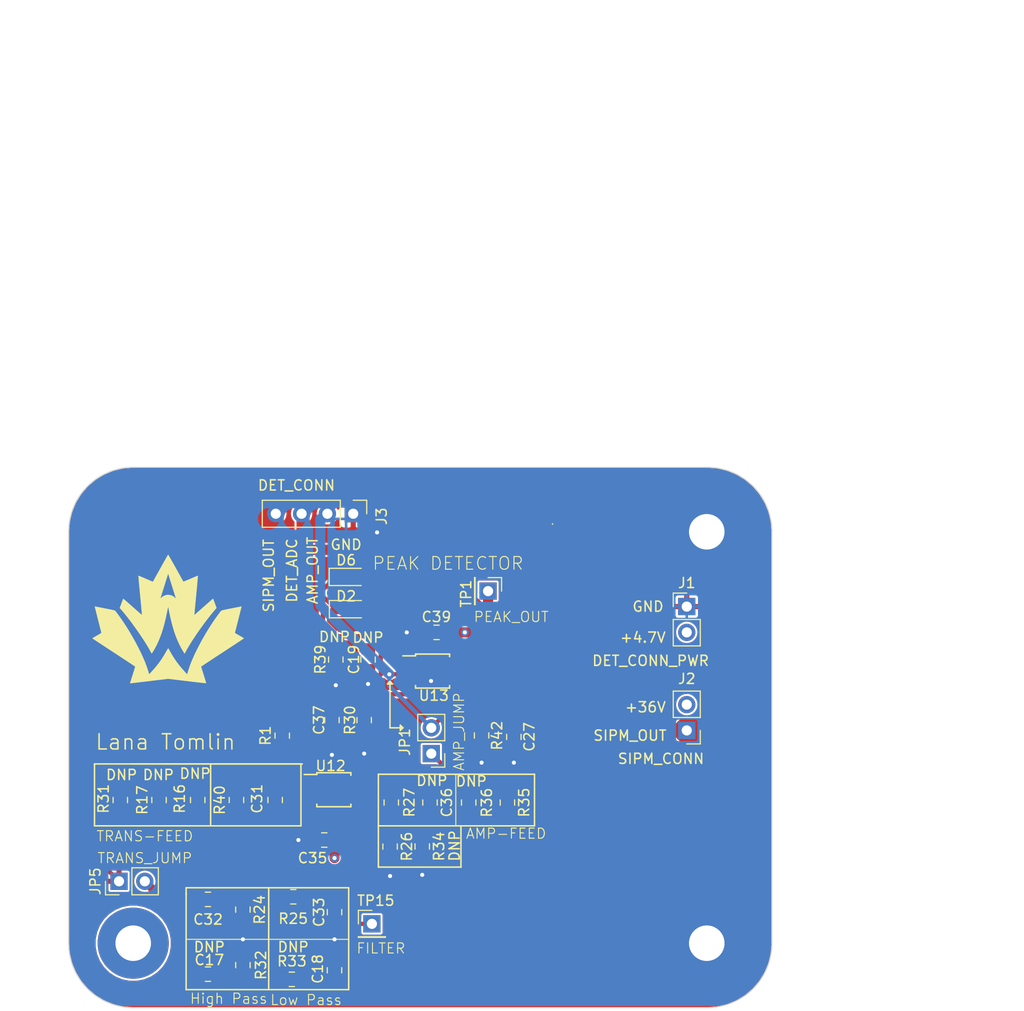
<source format=kicad_pcb>
(kicad_pcb (version 20171130) (host pcbnew "(5.1.9)-1")
  (layers (0 Papa.Cu signal) (1 GND.Cu power) (2 VCC.Cu power) (31 Mama.Cu signal) (34 B.Paste user hide) (35 F.Paste user) (36 B.SilkS user) (37 F.SilkS user) (38 B.Mask user hide) (39 F.Mask user hide) (44 Edge.Cuts user))
  (net 0 "")
  (net 1 GND)
  (net 2 "Net-(C17-Pad1)")
  (net 3 "Net-(C18-Pad2)")
  (net 4 "Net-(C19-Pad1)")
  (net 5 "Net-(C31-Pad1)")
  (net 6 "Net-(C32-Pad1)")
  (net 7 "Net-(C36-Pad2)")
  (net 8 "Net-(C36-Pad1)")
  (net 9 "Net-(D2-Pad2)")
  (net 10 /DET_ADC)
  (net 11 /SIPM_OUT)
  (net 12 /AMP_OUT)
  (net 13 +4.7V)
  (net 14 /Filter_IN)
  (net 15 "Net-(C31-Pad2)")
  (module MountingHole:MountingHole_3.5mm_Pad (layer Papa.Cu) (at 146.6215 100.457 90)
    (fp_text reference REF** hide)
    (fp_text value MountingHole_3.5mm_Pad)
    (pad 1 thru_hole circle (at 0 0 90) (size 7 7) (drill 3.5) (layers *.Cu *.Mask))
  )
  (module MountingHole:MountingHole_3.5mm_Pad (layer Papa.Cu) (at 146.6215 140.97 90)
    (fp_text reference REF** hide)
    (fp_text value MountingHole_3.5mm_Pad)
    (pad 1 thru_hole circle (at 0 0 90) (size 7 7) (drill 3.5) (layers *.Cu *.Mask))
  )
  (module Resistor_SMD:R_0805_2012Metric_Pad1.15x1.40mm_HandSolder (layer Papa.Cu) (at 104.8385 120.532 90)
    (fp_text reference R1 (at 0 -1.65 90) (layer F.SilkS))
    (fp_text value 1)
    (pad 2 smd roundrect (at 1.025 0 90) (size 1.15 1.4) (layers Papa.Cu F.Paste F.Mask) (roundrect_rratio 0.217391) (net 11 /SIPM_OUT))
    (pad 1 smd roundrect (at -1.025 0 90) (size 1.15 1.4) (layers Papa.Cu F.Paste F.Mask) (roundrect_rratio 0.217391) (net 15 "Net-(C31-Pad2)"))
  )
  (module Connector_PinHeader_2.54mm:PinHeader_1x04_P2.54mm_Vertical (layer Papa.Cu) (at 111.8235 98.679 270)
    (fp_text reference J3 (at 0.254 -2.794 270) (layer F.SilkS))
    (fp_text value DET_CONN (at -2.794 5.588 180) (layer F.SilkS))
    (pad 4 thru_hole oval (at 0 7.62 270) (size 1.7 1.7) (drill 1) (layers *.Cu *.Mask) (net 11 /SIPM_OUT))
    (pad 3 thru_hole oval (at 0 5.08 270) (size 1.7 1.7) (drill 1) (layers *.Cu *.Mask) (net 10 /DET_ADC))
    (pad 2 thru_hole oval (at 0 2.54 270) (size 1.7 1.7) (drill 1) (layers *.Cu *.Mask) (net 12 /AMP_OUT))
    (pad 1 thru_hole rect (at 0 0 270) (size 1.7 1.7) (drill 1) (layers *.Cu *.Mask) (net 1 GND))
  )
  (module Connector_PinHeader_2.54mm:PinHeader_1x02_P2.54mm_Vertical (layer Papa.Cu) (at 144.653 120.015 180)
    (fp_text reference J2 (at 0 5.08) (layer F.SilkS))
    (fp_text value SIPM_CONN (at 2.54 -2.794 180) (layer F.SilkS))
    (pad 2 thru_hole oval (at 0 2.54 180) (size 1.7 1.7) (drill 1) (layers *.Cu *.Mask))
    (pad 1 thru_hole rect (at 0 0 180) (size 1.7 1.7) (drill 1) (layers *.Cu *.Mask) (net 11 /SIPM_OUT))
  )
  (module Connector_PinHeader_2.54mm:PinHeader_1x02_P2.54mm_Vertical (layer Papa.Cu) (at 144.653 107.823)
    (fp_text reference J1 (at 0 -2.33) (layer F.SilkS))
    (fp_text value DET_CONN_PWR (at -3.556 5.334) (layer F.SilkS))
    (pad 2 thru_hole oval (at 0 2.54) (size 1.7 1.7) (drill 1) (layers *.Cu *.Mask) (net 13 +4.7V))
    (pad 1 thru_hole rect (at 0 0) (size 1.7 1.7) (drill 1) (layers *.Cu *.Mask) (net 1 GND))
  )
  (module Team_Logo:Logo_SilkScreen_15mm (layer Papa.Cu) (at 93.599 109.0295)
    (fp_text reference G*** hide)
    (fp_text value LOGO hide)
  )
  (module MountingHole:MountingHole_3.5mm_Pad (layer Papa.Cu) (at 90.17 140.97 90)
    (fp_text reference REF** hide)
    (fp_text value MountingHole_3.5mm_Pad)
    (pad 1 thru_hole circle (at 0 0 90) (size 7 7) (drill 3.5) (layers *.Cu *.Mask))
  )
  (module Connector_PinHeader_2.54mm:PinHeader_1x01_P2.54mm_Vertical (layer Papa.Cu) (at 113.665 139.065)
    (fp_text reference TP15 (at 0.381 -2.286) (layer F.SilkS))
    (fp_text value FILTER (at 0.889 2.413) (layer F.SilkS) (effects (font (thickness 0.1))))
    (pad 1 thru_hole rect (at 0 0) (size 1.7 1.7) (drill 1) (layers *.Cu *.Mask) (net 3 "Net-(C18-Pad2)"))
  )
  (module Resistor_SMD:R_0805_2012Metric_Pad1.15x1.40mm_HandSolder (layer Papa.Cu) (at 115.452 131.454 270)
    (fp_text reference R26 (at 0 -1.65 270) (layer F.SilkS))
    (fp_text value 100)
    (pad 2 smd roundrect (at 1.025 0 270) (size 1.15 1.4) (layers Papa.Cu F.Paste F.Mask) (roundrect_rratio 0.2173904347826087) (net 1 GND))
    (pad 1 smd roundrect (at -1.025 0 270) (size 1.15 1.4) (layers Papa.Cu F.Paste F.Mask) (roundrect_rratio 0.2173904347826087) (net 7 "Net-(C36-Pad2)"))
  )
  (module Resistor_SMD:R_0805_2012Metric_Pad1.15x1.40mm_HandSolder (layer Papa.Cu) (at 118.618 131.445 90)
    (fp_text reference R34 (at 0 1.651 270) (layer F.SilkS))
    (fp_text value DNP (at 0.0635 3.175 270) (layer F.SilkS))
    (pad 2 smd roundrect (at 1.025 0 90) (size 1.15 1.4) (layers Papa.Cu F.Paste F.Mask) (roundrect_rratio 0.2173904347826087) (net 7 "Net-(C36-Pad2)"))
    (pad 1 smd roundrect (at -1.025 0 90) (size 1.15 1.4) (layers Papa.Cu F.Paste F.Mask) (roundrect_rratio 0.2173904347826087) (net 1 GND))
  )
  (module Connector_PinHeader_2.54mm:PinHeader_1x02_P2.54mm_Vertical (layer Papa.Cu) (at 119.507 122.301 180)
    (fp_text reference JP1 (at 2.6035 1.143 270) (layer F.SilkS))
    (fp_text value AMP_JUMP (at -2.7305 2.159 90) (layer F.SilkS) (effects (font (thickness 0.1))))
    (pad 2 thru_hole oval (at 0 2.54 180) (size 1.7 1.7) (drill 1) (layers *.Cu *.Mask) (net 12 /AMP_OUT))
    (pad 1 thru_hole rect (at 0 0 180) (size 1.7 1.7) (drill 1) (layers *.Cu *.Mask) (net 8 "Net-(C36-Pad1)"))
  )
  (module Resistor_SMD:R_0805_2012Metric_Pad1.15x1.40mm_HandSolder (layer Papa.Cu) (at 110.109 113.039 270)
    (fp_text reference R39 (at 0 1.524 90) (layer F.SilkS))
    (fp_text value DNP (at -2.2315 0.127 180) (layer F.SilkS))
    (pad 2 smd roundrect (at 1.025 0 270) (size 1.15 1.4) (layers Papa.Cu F.Paste F.Mask) (roundrect_rratio 0.2173904347826087) (net 1 GND))
    (pad 1 smd roundrect (at -1.025 0 270) (size 1.15 1.4) (layers Papa.Cu F.Paste F.Mask) (roundrect_rratio 0.2173904347826087) (net 4 "Net-(C19-Pad1)"))
  )
  (module Capacitor_SMD:C_0805_2012Metric_Pad1.15x1.40mm_HandSolder (layer Papa.Cu) (at 97.527 136.652 180)
    (fp_text reference C32 (at -0.009 -1.9812) (layer F.SilkS))
    (fp_text value 10n)
    (pad 2 smd roundrect (at 1.025 0 180) (size 1.15 1.4) (layers Papa.Cu F.Paste F.Mask) (roundrect_rratio 0.2173904347826087) (net 14 /Filter_IN))
    (pad 1 smd roundrect (at -1.025 0 180) (size 1.15 1.4) (layers Papa.Cu F.Paste F.Mask) (roundrect_rratio 0.2173904347826087) (net 6 "Net-(C32-Pad1)"))
  )
  (module Capacitor_SMD:C_0805_2012Metric_Pad1.15x1.40mm_HandSolder (layer Papa.Cu) (at 127.635 120.659 270)
    (fp_text reference C27 (at -0.009 -1.524 90) (layer F.SilkS))
    (fp_text value 2.2n)
    (pad 2 smd roundrect (at 1.025 0 270) (size 1.15 1.4) (layers Papa.Cu F.Paste F.Mask) (roundrect_rratio 0.2173904347826087) (net 1 GND))
    (pad 1 smd roundrect (at -1.025 0 270) (size 1.15 1.4) (layers Papa.Cu F.Paste F.Mask) (roundrect_rratio 0.2173904347826087) (net 12 /AMP_OUT))
  )
  (module Package_SO:MSOP-8_3x3mm_P0.65mm (layer Papa.Cu) (at 109.9185 125.857)
    (fp_text reference U12 (at -0.3175 -2.3495) (layer F.SilkS))
    (fp_text value LTC6269)
    (pad 8 smd rect (at 2.2 -0.975) (size 1.45 0.45) (layers Papa.Cu F.Paste F.Mask) (net 13 +4.7V))
    (pad 7 smd rect (at 2.2 -0.325) (size 1.45 0.45) (layers Papa.Cu F.Paste F.Mask) (net 8 "Net-(C36-Pad1)"))
    (pad 6 smd rect (at 2.2 0.325) (size 1.45 0.45) (layers Papa.Cu F.Paste F.Mask) (net 7 "Net-(C36-Pad2)"))
    (pad 5 smd rect (at 2.2 0.975) (size 1.45 0.45) (layers Papa.Cu F.Paste F.Mask) (net 3 "Net-(C18-Pad2)"))
    (pad 4 smd rect (at -2.2 0.975) (size 1.45 0.45) (layers Papa.Cu F.Paste F.Mask) (net 1 GND))
    (pad 3 smd rect (at -2.2 0.325) (size 1.45 0.45) (layers Papa.Cu F.Paste F.Mask) (net 1 GND))
    (pad 2 smd rect (at -2.2 -0.325) (size 1.45 0.45) (layers Papa.Cu F.Paste F.Mask) (net 15 "Net-(C31-Pad2)"))
    (pad 1 smd rect (at -2.2 -0.975) (size 1.45 0.45) (layers Papa.Cu F.Paste F.Mask) (net 5 "Net-(C31-Pad1)"))
  )
  (module Capacitor_SMD:C_0805_2012Metric_Pad1.15x1.40mm_HandSolder (layer Papa.Cu) (at 109.728 118.999 270)
    (fp_text reference C37 (at 0 1.27 270) (layer F.SilkS))
    (fp_text value 2.2n)
    (pad 2 smd roundrect (at 1.025 0 270) (size 1.15 1.4) (layers Papa.Cu F.Paste F.Mask) (roundrect_rratio 0.2173904347826087) (net 1 GND))
    (pad 1 smd roundrect (at -1.025 0 270) (size 1.15 1.4) (layers Papa.Cu F.Paste F.Mask) (roundrect_rratio 0.2173904347826087) (net 4 "Net-(C19-Pad1)"))
  )
  (module Resistor_SMD:R_0805_2012Metric_Pad1.15x1.40mm_HandSolder (layer Papa.Cu) (at 124.46 120.514 270)
    (fp_text reference R42 (at 0.009 -1.524 90) (layer F.SilkS))
    (fp_text value 1M)
    (pad 2 smd roundrect (at 1.025 0 270) (size 1.15 1.4) (layers Papa.Cu F.Paste F.Mask) (roundrect_rratio 0.2173904347826087) (net 1 GND))
    (pad 1 smd roundrect (at -1.025 0 270) (size 1.15 1.4) (layers Papa.Cu F.Paste F.Mask) (roundrect_rratio 0.2173904347826087) (net 12 /AMP_OUT))
  )
  (module Capacitor_SMD:C_0805_2012Metric_Pad1.15x1.40mm_HandSolder (layer Papa.Cu) (at 108.975 130.81 180)
    (fp_text reference C35 (at 1.152 -1.778) (layer F.SilkS))
    (fp_text value 0.1u)
    (pad 2 smd roundrect (at 1.025 0 180) (size 1.15 1.4) (layers Papa.Cu F.Paste F.Mask) (roundrect_rratio 0.2173904347826087) (net 1 GND))
    (pad 1 smd roundrect (at -1.025 0 180) (size 1.15 1.4) (layers Papa.Cu F.Paste F.Mask) (roundrect_rratio 0.2173904347826087) (net 13 +4.7V))
  )
  (module Diode_SMD:D_SOD-323_HandSoldering (layer Papa.Cu) (at 111.379 108.077)
    (fp_text reference D2 (at -0.254 -1.27) (layer F.SilkS))
    (fp_text value CUS08F30H3FCT-ND)
    (pad 2 smd rect (at 1.25 0) (size 1 1) (layers Papa.Cu F.Paste F.Mask) (net 9 "Net-(D2-Pad2)"))
    (pad 1 smd rect (at -1.25 0) (size 1 1) (layers Papa.Cu F.Paste F.Mask) (net 4 "Net-(C19-Pad1)"))
  )
  (module Connector_PinHeader_2.54mm:PinHeader_1x01_P2.54mm_Vertical (layer Papa.Cu) (at 125.095 106.299 270)
    (fp_text reference TP1 (at 0.254 2.159 90) (layer F.SilkS))
    (fp_text value PEAK_OUT (at 2.54 -2.286 180) (layer F.SilkS) (effects (font (thickness 0.1))))
    (pad 1 thru_hole rect (at 0 0 270) (size 1.7 1.7) (drill 1) (layers *.Cu *.Mask) (net 10 /DET_ADC))
  )
  (module Connector_PinHeader_2.54mm:PinHeader_1x02_P2.54mm_Vertical (layer Papa.Cu) (at 88.773 134.874 90)
    (fp_text reference JP5 (at 0 -2.33 90) (layer F.SilkS))
    (fp_text value TRANS_JUMP (at 2.286 2.54) (layer F.SilkS) (effects (font (thickness 0.1))))
    (pad 2 thru_hole oval (at 0 2.54 90) (size 1.7 1.7) (drill 1) (layers *.Cu *.Mask) (net 14 /Filter_IN))
    (pad 1 thru_hole rect (at 0 0 90) (size 1.7 1.7) (drill 1) (layers *.Cu *.Mask) (net 5 "Net-(C31-Pad1)"))
  )
  (module Package_SO:MSOP-8_3x3mm_P0.65mm (layer Papa.Cu) (at 119.634 114.173)
    (fp_text reference U13 (at 0.127 2.413 180) (layer F.SilkS))
    (fp_text value LTC6269)
    (pad 8 smd rect (at 2.2 -0.975) (size 1.45 0.45) (layers Papa.Cu F.Paste F.Mask) (net 13 +4.7V))
    (pad 7 smd rect (at 2.2 -0.325) (size 1.45 0.45) (layers Papa.Cu F.Paste F.Mask) (net 10 /DET_ADC))
    (pad 6 smd rect (at 2.2 0.325) (size 1.45 0.45) (layers Papa.Cu F.Paste F.Mask) (net 10 /DET_ADC))
    (pad 5 smd rect (at 2.2 0.975) (size 1.45 0.45) (layers Papa.Cu F.Paste F.Mask) (net 4 "Net-(C19-Pad1)"))
    (pad 4 smd rect (at -2.2 0.975) (size 1.45 0.45) (layers Papa.Cu F.Paste F.Mask) (net 1 GND))
    (pad 3 smd rect (at -2.2 0.325) (size 1.45 0.45) (layers Papa.Cu F.Paste F.Mask) (net 12 /AMP_OUT))
    (pad 2 smd rect (at -2.2 -0.325) (size 1.45 0.45) (layers Papa.Cu F.Paste F.Mask) (net 4 "Net-(C19-Pad1)"))
    (pad 1 smd rect (at -2.2 -0.975) (size 1.45 0.45) (layers Papa.Cu F.Paste F.Mask) (net 9 "Net-(D2-Pad2)"))
  )
  (module Resistor_SMD:R_0805_2012Metric_Pad1.15x1.40mm_HandSolder (layer Papa.Cu) (at 100.33 126.873 270)
    (fp_text reference R40 (at 0 1.651 270) (layer F.SilkS))
    (fp_text value 150)
    (pad 2 smd roundrect (at 1.025 0 270) (size 1.15 1.4) (layers Papa.Cu F.Paste F.Mask) (roundrect_rratio 0.2173904347826087) (net 15 "Net-(C31-Pad2)"))
    (pad 1 smd roundrect (at -1.025 0 270) (size 1.15 1.4) (layers Papa.Cu F.Paste F.Mask) (roundrect_rratio 0.2173904347826087) (net 5 "Net-(C31-Pad1)"))
  )
  (module Resistor_SMD:R_0805_2012Metric_Pad1.15x1.40mm_HandSolder (layer Papa.Cu) (at 123.19 127.118 270)
    (fp_text reference R36 (at 0.009 -1.778 270) (layer F.SilkS))
    (fp_text value DNP (at -2.15 3.6195) (layer F.SilkS))
    (pad 2 smd roundrect (at 1.025 0 270) (size 1.15 1.4) (layers Papa.Cu F.Paste F.Mask) (roundrect_rratio 0.2173904347826087) (net 7 "Net-(C36-Pad2)"))
    (pad 1 smd roundrect (at -1.025 0 270) (size 1.15 1.4) (layers Papa.Cu F.Paste F.Mask) (roundrect_rratio 0.2173904347826087) (net 8 "Net-(C36-Pad1)"))
  )
  (module Resistor_SMD:R_0805_2012Metric_Pad1.15x1.40mm_HandSolder (layer Papa.Cu) (at 127 127.118 270)
    (fp_text reference R35 (at 0 -1.65 270) (layer F.SilkS))
    (fp_text value DNP (at -2.0865 3.556) (layer F.SilkS))
    (pad 2 smd roundrect (at 1.025 0 270) (size 1.15 1.4) (layers Papa.Cu F.Paste F.Mask) (roundrect_rratio 0.2173904347826087) (net 7 "Net-(C36-Pad2)"))
    (pad 1 smd roundrect (at -1.025 0 270) (size 1.15 1.4) (layers Papa.Cu F.Paste F.Mask) (roundrect_rratio 0.2173904347826087) (net 8 "Net-(C36-Pad1)"))
  )
  (module Resistor_SMD:R_0805_2012Metric_Pad1.15x1.40mm_HandSolder (layer Papa.Cu) (at 105.782 144.526 180)
    (fp_text reference R33 (at -0.009 1.778) (layer F.SilkS))
    (fp_text value DNP (at -0.136 3.175) (layer F.SilkS))
    (pad 1 smd roundrect (at -1.025 0 180) (size 1.15 1.4) (layers Papa.Cu F.Paste F.Mask) (roundrect_rratio 0.2173904347826087) (net 3 "Net-(C18-Pad2)"))
    (pad 2 smd roundrect (at 1.025 0 180) (size 1.15 1.4) (layers Papa.Cu F.Paste F.Mask) (roundrect_rratio 0.2173904347826087) (net 2 "Net-(C17-Pad1)"))
  )
  (module Resistor_SMD:R_0805_2012Metric_Pad1.15x1.40mm_HandSolder (layer Papa.Cu) (at 100.965 143.129 90)
    (fp_text reference R32 (at 0 1.778 270) (layer F.SilkS))
    (fp_text value DNP)
    (pad 2 smd roundrect (at 1.025 0 90) (size 1.15 1.4) (layers Papa.Cu F.Paste F.Mask) (roundrect_rratio 0.2173904347826087) (net 1 GND))
    (pad 1 smd roundrect (at -1.025 0 90) (size 1.15 1.4) (layers Papa.Cu F.Paste F.Mask) (roundrect_rratio 0.2173904347826087) (net 2 "Net-(C17-Pad1)"))
  )
  (module Resistor_SMD:R_0805_2012Metric_Pad1.15x1.40mm_HandSolder (layer Papa.Cu) (at 88.9 126.873 270)
    (fp_text reference R31 (at -0.127 1.651 270) (layer F.SilkS))
    (fp_text value DNP (at -2.4765 -0.127) (layer F.SilkS))
    (pad 2 smd roundrect (at 1.025 0 270) (size 1.15 1.4) (layers Papa.Cu F.Paste F.Mask) (roundrect_rratio 0.2173904347826087) (net 15 "Net-(C31-Pad2)"))
    (pad 1 smd roundrect (at -1.025 0 270) (size 1.15 1.4) (layers Papa.Cu F.Paste F.Mask) (roundrect_rratio 0.2173904347826087) (net 5 "Net-(C31-Pad1)"))
  )
  (module Resistor_SMD:R_0805_2012Metric_Pad1.15x1.40mm_HandSolder (layer Papa.Cu) (at 112.903 118.999 270)
    (fp_text reference R30 (at 0 1.397 270) (layer F.SilkS))
    (fp_text value 1M)
    (pad 2 smd roundrect (at 1.025 0 270) (size 1.15 1.4) (layers Papa.Cu F.Paste F.Mask) (roundrect_rratio 0.2173904347826087) (net 1 GND))
    (pad 1 smd roundrect (at -1.025 0 270) (size 1.15 1.4) (layers Papa.Cu F.Paste F.Mask) (roundrect_rratio 0.2173904347826087) (net 4 "Net-(C19-Pad1)"))
  )
  (module Resistor_SMD:R_0805_2012Metric_Pad1.15x1.40mm_HandSolder (layer Papa.Cu) (at 115.57 127.118 270)
    (fp_text reference R27 (at 0 -1.778 270) (layer F.SilkS))
    (fp_text value 330)
    (pad 2 smd roundrect (at 1.025 0 270) (size 1.15 1.4) (layers Papa.Cu F.Paste F.Mask) (roundrect_rratio 0.2173904347826087) (net 7 "Net-(C36-Pad2)"))
    (pad 1 smd roundrect (at -1.025 0 270) (size 1.15 1.4) (layers Papa.Cu F.Paste F.Mask) (roundrect_rratio 0.2173904347826087) (net 8 "Net-(C36-Pad1)"))
  )
  (module Resistor_SMD:R_0805_2012Metric_Pad1.15x1.40mm_HandSolder (layer Papa.Cu) (at 105.927 136.398 180)
    (fp_text reference R25 (at 0.009 -2.159) (layer F.SilkS))
    (fp_text value 150)
    (pad 2 smd roundrect (at 1.025 0 180) (size 1.15 1.4) (layers Papa.Cu F.Paste F.Mask) (roundrect_rratio 0.2173904347826087) (net 6 "Net-(C32-Pad1)"))
    (pad 1 smd roundrect (at -1.025 0 180) (size 1.15 1.4) (layers Papa.Cu F.Paste F.Mask) (roundrect_rratio 0.2173904347826087) (net 3 "Net-(C18-Pad2)"))
  )
  (module Resistor_SMD:R_0805_2012Metric_Pad1.15x1.40mm_HandSolder (layer Papa.Cu) (at 100.965 137.659 270)
    (fp_text reference R24 (at 0.009 -1.651 270) (layer F.SilkS))
    (fp_text value 100)
    (pad 2 smd roundrect (at 1.025 0 270) (size 1.15 1.4) (layers Papa.Cu F.Paste F.Mask) (roundrect_rratio 0.2173904347826087) (net 1 GND))
    (pad 1 smd roundrect (at -1.025 0 270) (size 1.15 1.4) (layers Papa.Cu F.Paste F.Mask) (roundrect_rratio 0.2173904347826087) (net 6 "Net-(C32-Pad1)"))
  )
  (module Resistor_SMD:R_0805_2012Metric_Pad1.15x1.40mm_HandSolder (layer Papa.Cu) (at 92.71 126.873 270)
    (fp_text reference R17 (at 0 1.651 270) (layer F.SilkS))
    (fp_text value DNP (at -2.4765 0.0635 180) (layer F.SilkS))
    (pad 2 smd roundrect (at 1.025 0 270) (size 1.15 1.4) (layers Papa.Cu F.Paste F.Mask) (roundrect_rratio 0.2173904347826087) (net 15 "Net-(C31-Pad2)"))
    (pad 1 smd roundrect (at -1.025 0 270) (size 1.15 1.4) (layers Papa.Cu F.Paste F.Mask) (roundrect_rratio 0.2173904347826087) (net 5 "Net-(C31-Pad1)"))
  )
  (module Resistor_SMD:R_0805_2012Metric_Pad1.15x1.40mm_HandSolder (layer Papa.Cu) (at 96.52 126.873 270)
    (fp_text reference R16 (at -0.127 1.778 270) (layer F.SilkS))
    (fp_text value DNP (at -2.6035 0.254) (layer F.SilkS))
    (pad 2 smd roundrect (at 1.025 0 270) (size 1.15 1.4) (layers Papa.Cu F.Paste F.Mask) (roundrect_rratio 0.2173904347826087) (net 15 "Net-(C31-Pad2)"))
    (pad 1 smd roundrect (at -1.025 0 270) (size 1.15 1.4) (layers Papa.Cu F.Paste F.Mask) (roundrect_rratio 0.2173904347826087) (net 5 "Net-(C31-Pad1)"))
  )
  (module Diode_SMD:D_SOD-323_HandSoldering (layer Papa.Cu) (at 111.359 104.902)
    (fp_text reference D6 (at -0.234 -1.651) (layer F.SilkS))
    (fp_text value CUS08F30H3FCT-ND)
    (pad 2 smd rect (at 1.25 0) (size 1 1) (layers Papa.Cu F.Paste F.Mask) (net 9 "Net-(D2-Pad2)"))
    (pad 1 smd rect (at -1.25 0) (size 1 1) (layers Papa.Cu F.Paste F.Mask) (net 4 "Net-(C19-Pad1)"))
  )
  (module Capacitor_SMD:C_0805_2012Metric_Pad1.15x1.40mm_HandSolder (layer Papa.Cu) (at 120.024 110.363 180)
    (fp_text reference C39 (at 0.009 1.524 180) (layer F.SilkS))
    (fp_text value 0.1u)
    (pad 2 smd roundrect (at 1.025 0 180) (size 1.15 1.4) (layers Papa.Cu F.Paste F.Mask) (roundrect_rratio 0.2173904347826087) (net 1 GND))
    (pad 1 smd roundrect (at -1.025 0 180) (size 1.15 1.4) (layers Papa.Cu F.Paste F.Mask) (roundrect_rratio 0.2173904347826087) (net 13 +4.7V))
  )
  (module Capacitor_SMD:C_0805_2012Metric_Pad1.15x1.40mm_HandSolder (layer Papa.Cu) (at 119.38 127.118 270)
    (fp_text reference C36 (at 0 -1.65 270) (layer F.SilkS))
    (fp_text value 470p)
    (pad 2 smd roundrect (at 1.025 0 270) (size 1.15 1.4) (layers Papa.Cu F.Paste F.Mask) (roundrect_rratio 0.2173904347826087) (net 7 "Net-(C36-Pad2)"))
    (pad 1 smd roundrect (at -1.025 0 270) (size 1.15 1.4) (layers Papa.Cu F.Paste F.Mask) (roundrect_rratio 0.2173904347826087) (net 8 "Net-(C36-Pad1)"))
  )
  (module Capacitor_SMD:C_0805_2012Metric_Pad1.15x1.40mm_HandSolder (layer Papa.Cu) (at 109.982 137.913 90)
    (fp_text reference C33 (at -0.009 -1.524 270) (layer F.SilkS))
    (fp_text value 1n)
    (pad 2 smd roundrect (at 1.025 0 90) (size 1.15 1.4) (layers Papa.Cu F.Paste F.Mask) (roundrect_rratio 0.2173904347826087) (net 3 "Net-(C18-Pad2)"))
    (pad 1 smd roundrect (at -1.025 0 90) (size 1.15 1.4) (layers Papa.Cu F.Paste F.Mask) (roundrect_rratio 0.2173904347826087) (net 1 GND))
  )
  (module Capacitor_SMD:C_0805_2012Metric_Pad1.15x1.40mm_HandSolder (layer Papa.Cu) (at 104.14 126.873 270)
    (fp_text reference C31 (at -0.127 1.778 270) (layer F.SilkS))
    (fp_text value 1n)
    (pad 2 smd roundrect (at 1.025 0 270) (size 1.15 1.4) (layers Papa.Cu F.Paste F.Mask) (roundrect_rratio 0.2173904347826087) (net 15 "Net-(C31-Pad2)"))
    (pad 1 smd roundrect (at -1.025 0 270) (size 1.15 1.4) (layers Papa.Cu F.Paste F.Mask) (roundrect_rratio 0.2173904347826087) (net 5 "Net-(C31-Pad1)"))
  )
  (module Capacitor_SMD:C_0805_2012Metric_Pad1.15x1.40mm_HandSolder (layer Papa.Cu) (at 113.284 113.039 270)
    (fp_text reference C19 (at 0 1.397 90) (layer F.SilkS))
    (fp_text value DNP (at -2.168 0 180) (layer F.SilkS))
    (pad 2 smd roundrect (at 1.025 0 270) (size 1.15 1.4) (layers Papa.Cu F.Paste F.Mask) (roundrect_rratio 0.2173904347826087) (net 1 GND))
    (pad 1 smd roundrect (at -1.025 0 270) (size 1.15 1.4) (layers Papa.Cu F.Paste F.Mask) (roundrect_rratio 0.2173904347826087) (net 4 "Net-(C19-Pad1)"))
  )
  (module Capacitor_SMD:C_0805_2012Metric_Pad1.15x1.40mm_HandSolder (layer Papa.Cu) (at 109.982 143.637 270)
    (fp_text reference C18 (at -0.127 1.651 90) (layer F.SilkS))
    (fp_text value DNP)
    (pad 1 smd roundrect (at -1.025 0 270) (size 1.15 1.4) (layers Papa.Cu F.Paste F.Mask) (roundrect_rratio 0.2173904347826087) (net 1 GND))
    (pad 2 smd roundrect (at 1.025 0 270) (size 1.15 1.4) (layers Papa.Cu F.Paste F.Mask) (roundrect_rratio 0.2173904347826087) (net 3 "Net-(C18-Pad2)"))
  )
  (module Capacitor_SMD:C_0805_2012Metric_Pad1.15x1.40mm_HandSolder (layer Papa.Cu) (at 97.527 144.018 180)
    (fp_text reference C17 (at -0.136 1.397) (layer F.SilkS))
    (fp_text value DNP (at -0.136 2.667) (layer F.SilkS))
    (pad 2 smd roundrect (at 1.025 0 180) (size 1.15 1.4) (layers Papa.Cu F.Paste F.Mask) (roundrect_rratio 0.2173904347826087) (net 14 /Filter_IN))
    (pad 1 smd roundrect (at -1.025 0 180) (size 1.15 1.4) (layers Papa.Cu F.Paste F.Mask) (roundrect_rratio 0.2173904347826087) (net 2 "Net-(C17-Pad1)"))
  )
  (gr_arc (start 90.17 100.457) (end 90.17 94.107) (angle -90) (layer Edge.Cuts) (width 0.1))
  (gr_line (start 146.685 94.107) (end 90.17 94.107) (layer Edge.Cuts) (width 0.1))
  (gr_line (start 153.035 140.97) (end 153.035 100.457) (layer Edge.Cuts) (width 0.1))
  (gr_text GND (at 111.125 101.727) (layer F.SilkS) (effects (font (size 1 1))))
  (gr_text AMP_OUT (at 107.823 104.267 90) (layer F.SilkS) (effects (font (size 1 1))))
  (gr_text DET_ADC (at 105.791 104.267 90) (layer F.SilkS) (effects (font (size 1 1))))
  (gr_text SIPM_OUT (at 103.505 104.775 90) (layer F.SilkS) (effects (font (size 1 1))))
  (gr_text GND (at 140.843 107.823) (layer F.SilkS) (effects (font (size 1 1))))
  (gr_text +4.7V (at 140.335 110.871) (layer F.SilkS) (effects (font (size 1 1))))
  (gr_text +36V (at 140.589 117.729) (layer F.SilkS) (effects (font (size 1 1))))
  (gr_text SIPM_OUT (at 139.065 120.523) (layer F.SilkS) (effects (font (size 1 1))))
  (gr_line (start 131.445 99.695) (end 131.445 99.695) (layer F.SilkS) (width 0.15))
  (gr_line (start 111.379 145.542) (end 111.379 144.78) (layer F.SilkS) (width 0.15))
  (gr_line (start 95.377 145.542) (end 111.379 145.542) (layer F.SilkS) (width 0.15))
  (gr_text "Lana Tomlin" (at 93.345 121.158) (layer F.SilkS) (effects (font (size 1.5 1.5))))
  (gr_text "PEAK DETECTOR" (at 121.158 103.5685) (layer F.SilkS) (effects (font (size 1.25 1.25) (thickness 0.1))))
  (gr_arc (start 90.17 140.97) (end 83.82 140.97) (angle -90) (layer Edge.Cuts) (width 0.1))
  (gr_arc (start 146.685 100.457) (end 153.035 100.457) (angle -90) (layer Edge.Cuts) (width 0.1))
  (gr_arc (start 146.685 140.97) (end 146.685 147.32) (angle -90) (layer Edge.Cuts) (width 0.1))
  (gr_line (start 83.82 140.97) (end 83.82 100.457) (layer Edge.Cuts) (width 0.1))
  (gr_line (start 146.685 147.32) (end 90.17 147.32) (layer Edge.Cuts) (width 0.1))
  (gr_text AMP-FEED (at 126.873 130.175) (layer F.SilkS) (effects (font (size 1 1) (thickness 0.1))))
  (gr_line (start 95.377 135.509) (end 95.377 136.144) (layer F.SilkS) (width 0.15))
  (gr_line (start 111.379 135.509) (end 95.377 135.509) (layer F.SilkS) (width 0.15))
  (gr_line (start 103.505 140.589) (end 95.377 140.589) (layer F.SilkS) (width 0.1))
  (gr_text "Low Pass" (at 107.188 146.558) (layer F.SilkS) (effects (font (size 1 1) (thickness 0.1))))
  (gr_text "High Pass" (at 99.568 146.431) (layer F.SilkS) (effects (font (size 1 1) (thickness 0.1))))
  (gr_line (start 115.697 115.443) (end 115.443 115.189) (layer F.SilkS) (width 0.15))
  (gr_line (start 115.189 115.443) (end 115.697 115.443) (layer F.SilkS) (width 0.15))
  (gr_line (start 115.443 115.189) (end 115.189 115.443) (layer F.SilkS) (width 0.15))
  (gr_line (start 116.459 119.507) (end 116.459 120.015) (layer F.SilkS) (width 0.15))
  (gr_line (start 116.459 120.015) (end 116.713 119.761) (layer F.SilkS) (width 0.15))
  (gr_line (start 116.459 119.507) (end 116.713 119.761) (layer F.SilkS) (width 0.15))
  (gr_line (start 116.713 119.761) (end 116.459 119.507) (layer F.SilkS) (width 0.15))
  (gr_line (start 115.443 119.761) (end 116.713 119.761) (layer F.SilkS) (width 0.15))
  (gr_line (start 115.443 115.189) (end 115.443 119.761) (layer F.SilkS) (width 0.15))
  (gr_line (start 129.667 129.413) (end 129.667 124.333) (layer F.SilkS) (width 0.15))
  (gr_line (start 114.3 129.413) (end 114.3 133.477) (layer F.SilkS) (width 0.15))
  (gr_line (start 114.3 133.477) (end 122.428 133.477) (layer F.SilkS) (width 0.15))
  (gr_line (start 122.428 133.477) (end 122.428 129.413) (layer F.SilkS) (width 0.15))
  (gr_line (start 106.807 123.317) (end 90.043 123.317) (layer F.SilkS) (width 0.15))
  (gr_text TRANS-FEED (at 91.313 130.429) (layer F.SilkS) (effects (font (size 1 1) (thickness 0.1))))
  (gr_line (start 111.379 140.589) (end 103.505 140.589) (layer F.SilkS) (width 0.1))
  (gr_line (start 103.505 135.509) (end 103.505 145.415) (layer F.SilkS) (width 0.15))
  (gr_line (start 95.377 145.542) (end 95.377 136.017) (layer F.SilkS) (width 0.15))
  (gr_line (start 111.379 135.509) (end 111.379 144.78) (layer F.SilkS) (width 0.15))
  (gr_line (start 97.79 123.317) (end 97.79 129.286) (layer F.SilkS) (width 0.15))
  (gr_line (start 121.92 124.333) (end 121.92 129.413) (layer F.SilkS) (width 0.1))
  (gr_line (start 129.667 124.333) (end 114.3 124.333) (layer F.SilkS) (width 0.15))
  (gr_line (start 114.3 129.413) (end 129.667 129.413) (layer F.SilkS) (width 0.15))
  (gr_line (start 114.3 124.333) (end 114.3 129.413) (layer F.SilkS) (width 0.15))
  (gr_line (start 106.68 123.317) (end 86.36 123.317) (layer F.SilkS) (width 0.15))
  (gr_line (start 106.68 129.413) (end 106.68 123.3805) (layer F.SilkS) (width 0.15))
  (gr_line (start 86.36 129.413) (end 106.68 129.413) (layer F.SilkS) (width 0.15))
  (gr_line (start 86.36 123.317) (end 86.36 129.413) (layer F.SilkS) (width 0.15))
  (segment (start 107.1245 120.269) (end 108.32799 120.269) (width 1) (layer Papa.Cu) (net 0))
  (via (at 124.46 123.19) (size 0.8) (drill 0.4) (layers Papa.Cu Mama.Cu) (net 1))
  (segment (start 112.649 120.024) (end 113.021 120.024) (width 0.42) (layer Papa.Cu) (net 1))
  (via (at 109.982 140.589) (size 0.8) (drill 0.4) (layers Papa.Cu Mama.Cu) (net 1))
  (via (at 100.965 140.589) (size 0.8) (drill 0.4) (layers Papa.Cu Mama.Cu) (net 1))
  (via (at 106.426 130.81) (size 0.8) (drill 0.4) (layers Papa.Cu Mama.Cu) (net 1))
  (segment (start 117.434 115.148) (end 117.262 115.148) (width 0.42) (layer Papa.Cu) (net 1))
  (via (at 117.094 110.363) (size 0.8) (drill 0.4) (layers Papa.Cu Mama.Cu) (net 1))
  (via (at 127.635 123.19) (size 0.8) (drill 0.4) (layers Papa.Cu Mama.Cu) (net 1))
  (segment (start 107.95 130.81) (end 106.426 130.81) (width 1) (layer Papa.Cu) (net 1))
  (segment (start 107.95 130.81) (end 107.823 130.81) (width 0.8) (layer Papa.Cu) (net 1))
  (segment (start 119.126 110.49) (end 118.999 110.363) (width 0.8) (layer Papa.Cu) (net 1))
  (segment (start 118.999 110.363) (end 117.094 110.363) (width 1) (layer Papa.Cu) (net 1))
  (segment (start 100.965 138.684) (end 100.965 142.104) (width 1) (layer Papa.Cu) (net 1))
  (segment (start 109.982 138.938) (end 109.982 142.612) (width 1) (layer Papa.Cu) (net 1))
  (segment (start 115.452 132.479) (end 115.452 134.23) (width 1) (layer Papa.Cu) (net 1))
  (segment (start 118.618 132.47) (end 118.618 134.239) (width 1) (layer Papa.Cu) (net 1))
  (segment (start 118.618 134.239) (end 118.618 134.239) (width 1) (layer Papa.Cu) (net 1))
  (via (at 118.618 134.239) (size 0.8) (drill 0.4) (layers Papa.Cu Mama.Cu) (net 1))
  (segment (start 115.452 134.357) (end 115.452 134.357) (width 1) (layer Papa.Cu) (net 1))
  (segment (start 110.109 114.064) (end 110.109 115.57) (width 1) (layer Papa.Cu) (net 1))
  (segment (start 113.284 114.064) (end 113.284 115.443) (width 1) (layer Papa.Cu) (net 1))
  (segment (start 109.728 120.024) (end 109.728 122.428) (width 1) (layer Papa.Cu) (net 1))
  (segment (start 109.728 122.428) (end 109.728 122.428) (width 1) (layer Papa.Cu) (net 1))
  (via (at 109.728 122.428) (size 0.8) (drill 0.4) (layers Papa.Cu Mama.Cu) (net 1))
  (segment (start 112.903 120.024) (end 112.903 122.301) (width 1) (layer Papa.Cu) (net 1))
  (segment (start 112.903 122.301) (end 112.903 122.301) (width 1) (layer Papa.Cu) (net 1))
  (via (at 112.903 122.301) (size 0.8) (drill 0.4) (layers Papa.Cu Mama.Cu) (net 1))
  (segment (start 110.109 115.57) (end 110.109 115.57) (width 1) (layer Papa.Cu) (net 1))
  (via (at 110.109 115.57) (size 0.8) (drill 0.4) (layers Papa.Cu Mama.Cu) (net 1))
  (segment (start 113.284 115.443) (end 113.284 115.443) (width 1) (layer Papa.Cu) (net 1))
  (via (at 113.284 115.443) (size 0.8) (drill 0.4) (layers Papa.Cu Mama.Cu) (net 1))
  (segment (start 124.46 121.539) (end 124.46 123.19) (width 1) (layer Papa.Cu) (net 1))
  (segment (start 127.635 121.684) (end 127.635 123.19) (width 1) (layer Papa.Cu) (net 1))
  (segment (start 115.452 134.23) (end 115.452 134.357) (width 1) (layer Papa.Cu) (net 1))
  (segment (start 107.7185 130.5785) (end 107.95 130.81) (width 1) (layer Papa.Cu) (net 1))
  (segment (start 107.7185 126.832) (end 107.7185 126.457001) (width 1) (layer Papa.Cu) (net 1))
  (segment (start 107.7185 126.832) (end 107.7185 130.5785) (width 1) (layer Papa.Cu) (net 1))
  (segment (start 117.434 115.148) (end 119.4845 115.148) (width 0.42) (layer Papa.Cu) (net 1))
  (segment (start 119.4845 115.148) (end 119.4845 115.148) (width 0.42) (layer Papa.Cu) (net 1))
  (via (at 119.4845 115.148) (size 0.8) (drill 0.4) (layers Papa.Cu Mama.Cu) (net 1))
  (segment (start 115.452 134.357) (end 115.452 134.357) (width 1) (layer Papa.Cu) (net 1))
  (via (at 115.452 134.357) (size 0.8) (drill 0.4) (layers Papa.Cu Mama.Cu) (net 1))
  (segment (start 111.8235 98.679) (end 112.3315 98.679) (width 1) (layer Papa.Cu) (net 1))
  (segment (start 112.3315 98.679) (end 114.173 100.5205) (width 1) (layer Papa.Cu) (net 1))
  (segment (start 114.173 100.5205) (end 114.173 100.5205) (width 1) (layer Papa.Cu) (net 1))
  (via (at 114.173 100.5205) (size 0.8) (drill 0.4) (layers Papa.Cu Mama.Cu) (net 1))
  (segment (start 98.552 144.018) (end 99.822 145.288) (width 0.42) (layer Papa.Cu) (net 2))
  (segment (start 103.995 145.288) (end 104.757 144.526) (width 0.42) (layer Papa.Cu) (net 2))
  (segment (start 101.972 145.288) (end 101.092 144.408) (width 0.42) (layer Papa.Cu) (net 2))
  (segment (start 102.108 145.288) (end 101.972 145.288) (width 0.42) (layer Papa.Cu) (net 2))
  (segment (start 102.108 145.288) (end 103.995 145.288) (width 0.42) (layer Papa.Cu) (net 2))
  (segment (start 99.822 145.288) (end 102.108 145.288) (width 0.42) (layer Papa.Cu) (net 2))
  (segment (start 106.952 136.398) (end 106.952 136.253) (width 0.42) (layer Papa.Cu) (net 3))
  (segment (start 106.952 136.253) (end 107.442 135.763) (width 0.42) (layer Papa.Cu) (net 3))
  (segment (start 108.857 135.763) (end 109.982 136.888) (width 0.42) (layer Papa.Cu) (net 3))
  (segment (start 107.442 135.763) (end 108.857 135.763) (width 0.42) (layer Papa.Cu) (net 3))
  (segment (start 111.09201 137.99801) (end 111.09201 137.95499) (width 0.42) (layer Papa.Cu) (net 3))
  (segment (start 111.09201 137.99801) (end 111.09201 139.28601) (width 0.42) (layer Papa.Cu) (net 3))
  (segment (start 111.09201 145.06699) (end 111.09201 143.55199) (width 0.42) (layer Papa.Cu) (net 3))
  (segment (start 111.09201 140.36799) (end 111.09201 140.843) (width 0.42) (layer Papa.Cu) (net 3))
  (segment (start 112.395 139.065) (end 111.09201 140.36799) (width 0.42) (layer Papa.Cu) (net 3))
  (segment (start 113.665 139.065) (end 112.395 139.065) (width 0.42) (layer Papa.Cu) (net 3))
  (segment (start 111.09201 139.28601) (end 111.09201 140.843) (width 0.42) (layer Papa.Cu) (net 3))
  (segment (start 111.09201 140.843) (end 111.09201 143.55199) (width 0.42) (layer Papa.Cu) (net 3))
  (segment (start 110.605372 145.285372) (end 109.982 144.662) (width 0.42) (layer Papa.Cu) (net 3))
  (segment (start 110.873628 145.285372) (end 110.605372 145.285372) (width 0.42) (layer Papa.Cu) (net 3))
  (segment (start 111.09201 145.06699) (end 110.873628 145.285372) (width 0.42) (layer Papa.Cu) (net 3))
  (segment (start 106.807 145.288) (end 106.807 144.526) (width 0.42) (layer Papa.Cu) (net 3))
  (segment (start 107.442 145.923) (end 106.807 145.288) (width 0.42) (layer Papa.Cu) (net 3))
  (segment (start 111.09201 145.06699) (end 110.236 145.923) (width 0.42) (layer Papa.Cu) (net 3))
  (segment (start 110.236 145.923) (end 107.442 145.923) (width 0.42) (layer Papa.Cu) (net 3))
  (segment (start 110.80502 135.763) (end 111.09201 135.47601) (width 0.42) (layer Papa.Cu) (net 3))
  (segment (start 111.09201 135.47601) (end 111.09201 129.44599) (width 0.42) (layer Papa.Cu) (net 3))
  (segment (start 108.857 135.763) (end 110.80502 135.763) (width 0.42) (layer Papa.Cu) (net 3))
  (segment (start 111.09201 139.14101) (end 111.09201 135.47601) (width 0.42) (layer Papa.Cu) (net 3))
  (segment (start 112.1185 128.4195) (end 111.09201 129.44599) (width 0.42) (layer Papa.Cu) (net 3))
  (segment (start 112.1185 126.832) (end 112.1185 128.4195) (width 0.42) (layer Papa.Cu) (net 3))
  (segment (start 110.109 108.077) (end 108.839 106.807) (width 0.42) (layer Papa.Cu) (net 4))
  (segment (start 110.109 110.744) (end 108.839 109.474) (width 0.42) (layer Papa.Cu) (net 4))
  (segment (start 111.887 110.744) (end 110.109 110.744) (width 0.42) (layer Papa.Cu) (net 4))
  (segment (start 113.284 112.014) (end 112.014 110.744) (width 0.42) (layer Papa.Cu) (net 4))
  (segment (start 111.887 110.744) (end 112.014 110.744) (width 0.42) (layer Papa.Cu) (net 4))
  (segment (start 108.839 106.172) (end 110.109 104.902) (width 0.42) (layer Papa.Cu) (net 4))
  (segment (start 108.839 110.744) (end 108.839 106.172) (width 0.42) (layer Papa.Cu) (net 4))
  (segment (start 110.109 112.014) (end 108.839 110.744) (width 0.42) (layer Papa.Cu) (net 4))
  (segment (start 112.903 117.856) (end 112.903 117.974) (width 0.42) (layer Papa.Cu) (net 4))
  (segment (start 114.3 116.459) (end 112.903 117.856) (width 0.42) (layer Papa.Cu) (net 4))
  (segment (start 121.031 116.459) (end 114.3 116.459) (width 0.42) (layer Papa.Cu) (net 4))
  (segment (start 121.834 115.656) (end 121.031 116.459) (width 0.42) (layer Papa.Cu) (net 4))
  (segment (start 121.834 115.148) (end 121.834 115.656) (width 0.42) (layer Papa.Cu) (net 4))
  (segment (start 110.608 116.586) (end 109.728 117.466) (width 0.42) (layer Papa.Cu) (net 4))
  (segment (start 110.735 116.459) (end 110.608 116.586) (width 0.42) (layer Papa.Cu) (net 4))
  (segment (start 114.3 116.459) (end 110.735 116.459) (width 0.42) (layer Papa.Cu) (net 4))
  (segment (start 115.991192 113.755992) (end 114.5794 112.3442) (width 0.42) (layer Papa.Cu) (net 4))
  (segment (start 116.146174 113.848) (end 117.434 113.848) (width 0.42) (layer Papa.Cu) (net 4))
  (segment (start 116.054166 113.755992) (end 116.146174 113.848) (width 0.42) (layer Papa.Cu) (net 4))
  (segment (start 115.991192 113.755992) (end 116.054166 113.755992) (width 0.42) (layer Papa.Cu) (net 4))
  (segment (start 114.3 114.756398) (end 114.3 116.459) (width 0.42) (layer Papa.Cu) (net 4))
  (segment (start 114.53495 114.521448) (end 114.3 114.756398) (width 0.42) (layer Papa.Cu) (net 4))
  (segment (start 114.53495 111.10595) (end 114.53495 114.521448) (width 0.42) (layer Papa.Cu) (net 4))
  (segment (start 114.173 110.744) (end 114.53495 111.10595) (width 0.42) (layer Papa.Cu) (net 4))
  (segment (start 112.014 110.744) (end 114.173 110.744) (width 0.42) (layer Papa.Cu) (net 4))
  (segment (start 104.14 125.848) (end 104.403 125.848) (width 0.25) (layer Papa.Cu) (net 5))
  (segment (start 86.487 130.683) (end 86.487 131.191) (width 0.42) (layer Papa.Cu) (net 5))
  (segment (start 86.487 132.588) (end 88.773 134.874) (width 0.42) (layer Papa.Cu) (net 5))
  (segment (start 86.487 132.334) (end 86.487 132.588) (width 0.42) (layer Papa.Cu) (net 5))
  (segment (start 86.487 130.683) (end 86.487 132.334) (width 0.42) (layer Papa.Cu) (net 5))
  (segment (start 86.487 126.5555) (end 86.487 130.683) (width 0.42) (layer Papa.Cu) (net 5))
  (segment (start 92.71 125.848) (end 92.719 125.848) (width 0.25) (layer Papa.Cu) (net 5))
  (segment (start 92.719 125.848) (end 93.726 124.841) (width 0.8) (layer Papa.Cu) (net 5))
  (segment (start 104.403 125.848) (end 105.41 124.841) (width 0.8) (layer Papa.Cu) (net 5))
  (segment (start 100.33 125.848) (end 100.339 125.848) (width 0.25) (layer Papa.Cu) (net 5))
  (segment (start 100.339 125.848) (end 101.346 124.841) (width 0.8) (layer Papa.Cu) (net 5))
  (segment (start 96.529 125.848) (end 97.536 124.841) (width 0.8) (layer Papa.Cu) (net 5))
  (segment (start 96.52 125.848) (end 96.529 125.848) (width 0.25) (layer Papa.Cu) (net 5))
  (segment (start 88.9 125.848) (end 88.9 125.222) (width 0.42) (layer Papa.Cu) (net 5))
  (segment (start 88.9 125.222) (end 89.4715 124.6505) (width 0.8) (layer Papa.Cu) (net 5))
  (segment (start 107.655 124.882) (end 107.4235 124.6505) (width 0.42) (layer Papa.Cu) (net 5))
  (segment (start 107.7185 124.882) (end 107.655 124.882) (width 0.42) (layer Papa.Cu) (net 5))
  (segment (start 107.4235 124.6505) (end 106.1085 124.6505) (width 0.42) (layer Papa.Cu) (net 5))
  (segment (start 101.092 136.507) (end 100.965 136.634) (width 0.42) (layer Papa.Cu) (net 6))
  (segment (start 98.552 136.652) (end 98.552 136.398) (width 0.42) (layer Papa.Cu) (net 6))
  (segment (start 103.632 135.128) (end 104.902 136.398) (width 0.42) (layer Papa.Cu) (net 6))
  (segment (start 99.822 135.491) (end 100.965 136.634) (width 0.42) (layer Papa.Cu) (net 6))
  (segment (start 98.552 136.398) (end 99.822 135.128) (width 0.42) (layer Papa.Cu) (net 6))
  (segment (start 99.822 135.128) (end 103.632 135.128) (width 0.42) (layer Papa.Cu) (net 6))
  (segment (start 99.822 135.491) (end 99.822 135.128) (width 0.42) (layer Papa.Cu) (net 6))
  (segment (start 125.984 129.159) (end 127 128.143) (width 0.42) (layer Papa.Cu) (net 7))
  (segment (start 122.682 128.651) (end 123.19 128.143) (width 0.25) (layer Papa.Cu) (net 7))
  (segment (start 122.682 129.159) (end 122.682 128.651) (width 0.42) (layer Papa.Cu) (net 7))
  (segment (start 122.682 129.159) (end 125.984 129.159) (width 0.42) (layer Papa.Cu) (net 7))
  (segment (start 115.57 129.159) (end 119.126 129.159) (width 0.42) (layer Papa.Cu) (net 7))
  (segment (start 119.126 129.159) (end 122.682 129.159) (width 0.42) (layer Papa.Cu) (net 7))
  (segment (start 118.364 129.159) (end 119.38 128.143) (width 0.42) (layer Papa.Cu) (net 7))
  (segment (start 119.126 129.159) (end 118.364 129.159) (width 0.42) (layer Papa.Cu) (net 7))
  (segment (start 115.57 128.143) (end 114.554 129.159) (width 0.42) (layer Papa.Cu) (net 7))
  (segment (start 114.554 129.159) (end 115.57 129.159) (width 0.42) (layer Papa.Cu) (net 7))
  (segment (start 116.609002 129.271998) (end 115.452 130.429) (width 0.42) (layer Papa.Cu) (net 7))
  (segment (start 118.237 130.429) (end 119.507 129.159) (width 0.42) (layer Papa.Cu) (net 7))
  (segment (start 114.0968 128.7018) (end 114.554 129.159) (width 0.42) (layer Papa.Cu) (net 7))
  (segment (start 114.0968 127.4572) (end 114.0968 128.7018) (width 0.42) (layer Papa.Cu) (net 7))
  (segment (start 114.0968 127.122298) (end 114.0968 127.4572) (width 0.42) (layer Papa.Cu) (net 7))
  (segment (start 113.156502 126.182) (end 114.0968 127.122298) (width 0.42) (layer Papa.Cu) (net 7))
  (segment (start 112.1185 126.182) (end 113.156502 126.182) (width 0.42) (layer Papa.Cu) (net 7))
  (segment (start 125.875 124.968) (end 127 126.093) (width 0.42) (layer Papa.Cu) (net 8))
  (segment (start 119.38 126.093) (end 119.362 126.093) (width 0.42) (layer Papa.Cu) (net 8))
  (segment (start 119.362 126.093) (end 118.237 124.968) (width 0.42) (layer Papa.Cu) (net 8))
  (segment (start 123.172 126.093) (end 122.047 124.968) (width 0.42) (layer Papa.Cu) (net 8))
  (segment (start 123.19 126.093) (end 123.172 126.093) (width 0.42) (layer Papa.Cu) (net 8))
  (segment (start 122.047 124.968) (end 125.875 124.968) (width 0.42) (layer Papa.Cu) (net 8))
  (segment (start 118.237 124.968) (end 122.047 124.968) (width 0.42) (layer Papa.Cu) (net 8))
  (segment (start 122.047 124.841) (end 119.507 122.301) (width 0.42) (layer Papa.Cu) (net 8))
  (segment (start 122.047 124.968) (end 122.047 124.841) (width 0.42) (layer Papa.Cu) (net 8))
  (segment (start 115.1075 126.093) (end 114.427 125.4125) (width 0.42) (layer Papa.Cu) (net 8))
  (segment (start 115.57 126.093) (end 115.1075 126.093) (width 0.42) (layer Papa.Cu) (net 8))
  (segment (start 114.427 125.349) (end 114.808 124.968) (width 0.42) (layer Papa.Cu) (net 8))
  (segment (start 114.427 125.4125) (end 114.427 125.349) (width 0.42) (layer Papa.Cu) (net 8))
  (segment (start 118.237 124.968) (end 114.808 124.968) (width 0.42) (layer Papa.Cu) (net 8))
  (segment (start 114.244 125.532) (end 114.808 124.968) (width 0.42) (layer Papa.Cu) (net 8))
  (segment (start 112.1185 125.532) (end 114.244 125.532) (width 0.42) (layer Papa.Cu) (net 8))
  (segment (start 112.609 108.077) (end 112.649 108.077) (width 0.42) (layer Papa.Cu) (net 9))
  (segment (start 117.135 113.198) (end 117.06902 113.198) (width 0.42) (layer Papa.Cu) (net 9))
  (segment (start 112.649 108.077) (end 113.919 109.347) (width 0.42) (layer Papa.Cu) (net 9))
  (segment (start 114.173 106.466) (end 112.609 104.902) (width 0.42) (layer Papa.Cu) (net 9))
  (segment (start 113.919 109.347) (end 114.173 109.601) (width 0.42) (layer Papa.Cu) (net 9))
  (segment (start 117.434 113.198) (end 117.135 113.198) (width 0.42) (layer Papa.Cu) (net 9))
  (segment (start 117.434 113.198) (end 116.373 113.198) (width 0.42) (layer Papa.Cu) (net 9))
  (segment (start 114.173 109.347) (end 114.173 106.466) (width 0.42) (layer Papa.Cu) (net 9))
  (segment (start 114.173 109.601) (end 114.173 109.347) (width 0.42) (layer Papa.Cu) (net 9))
  (segment (start 114.173 109.601) (end 115.348013 110.776013) (width 0.42) (layer Papa.Cu) (net 9))
  (segment (start 115.348013 112.173013) (end 116.373 113.198) (width 0.42) (layer Papa.Cu) (net 9))
  (segment (start 115.348013 110.776013) (end 115.348013 112.173013) (width 0.42) (layer Papa.Cu) (net 9))
  (segment (start 122.822501 114.222999) (end 121.834 114.222999) (width 1) (layer Papa.Cu) (net 10))
  (segment (start 125.095 111.9505) (end 122.822501 114.222999) (width 1) (layer Papa.Cu) (net 10))
  (segment (start 125.095 106.299) (end 125.095 108.712) (width 1) (layer Papa.Cu) (net 10))
  (segment (start 125.095 108.712) (end 125.095 111.9505) (width 1) (layer Papa.Cu) (net 10))
  (segment (start 107.188 102.235) (end 106.7435 101.7905) (width 1) (layer Papa.Cu) (net 10))
  (segment (start 118.618 102.235) (end 107.188 102.235) (width 1) (layer Papa.Cu) (net 10))
  (segment (start 106.7435 101.7905) (end 106.7435 98.679) (width 1) (layer Papa.Cu) (net 10))
  (segment (start 125.095 108.712) (end 118.618 102.235) (width 1) (layer Papa.Cu) (net 10))
  (segment (start 89.907 128.905) (end 88.9 127.898) (width 0.8) (layer Papa.Cu) (net 15))
  (segment (start 92.71 127.898) (end 92.719 127.898) (width 0.25) (layer Papa.Cu) (net 15))
  (segment (start 93.726 128.905) (end 89.907 128.905) (width 0.42) (layer Papa.Cu) (net 15))
  (segment (start 92.719 127.898) (end 93.726 128.905) (width 0.8) (layer Papa.Cu) (net 15))
  (segment (start 96.52 127.898) (end 96.529 127.898) (width 0.25) (layer Papa.Cu) (net 15))
  (segment (start 97.536 128.905) (end 97.663 128.905) (width 0.42) (layer Papa.Cu) (net 15))
  (segment (start 96.529 127.898) (end 97.536 128.905) (width 0.8) (layer Papa.Cu) (net 15))
  (segment (start 97.663 128.905) (end 93.726 128.905) (width 0.42) (layer Papa.Cu) (net 15))
  (segment (start 100.339 127.898) (end 101.346 128.905) (width 0.8) (layer Papa.Cu) (net 15))
  (segment (start 100.33 127.898) (end 100.339 127.898) (width 0.25) (layer Papa.Cu) (net 15))
  (segment (start 101.346 128.905) (end 97.663 128.905) (width 0.42) (layer Papa.Cu) (net 15))
  (segment (start 104.958 128.905) (end 101.346 128.905) (width 0.42) (layer Papa.Cu) (net 15))
  (segment (start 104.14 127.898) (end 104.14 128.016) (width 0.25) (layer Papa.Cu) (net 15))
  (segment (start 104.14 128.016) (end 104.9935 128.8695) (width 0.8) (layer Papa.Cu) (net 15))
  (segment (start 104.9935 128.8695) (end 104.958 128.905) (width 0.42) (layer Papa.Cu) (net 15))
  (segment (start 146.953001 118.579001) (end 146.953001 116.370999) (width 2.5) (layer Papa.Cu) (net 11))
  (segment (start 145.517002 120.015) (end 146.953001 118.579001) (width 2.5) (layer Papa.Cu) (net 11))
  (segment (start 146.953001 116.370999) (end 127.469001 96.886999) (width 2.5) (layer Papa.Cu) (net 11))
  (segment (start 144.653 120.015) (end 145.517002 120.015) (width 2.5) (layer Papa.Cu) (net 11))
  (segment (start 103.505 97.2185) (end 103.836501 96.886999) (width 2.5) (layer Papa.Cu) (net 11))
  (segment (start 103.505 99.187) (end 103.505 97.2185) (width 2.5) (layer Papa.Cu) (net 11))
  (segment (start 103.505 118.1735) (end 104.14 118.8085) (width 2.5) (layer Papa.Cu) (net 11))
  (segment (start 103.505 99.187) (end 103.505 118.1735) (width 2.5) (layer Papa.Cu) (net 11))
  (segment (start 104.14 118.8085) (end 104.8385 119.507) (width 1) (layer Papa.Cu) (net 11))
  (segment (start 127.469001 96.862001) (end 126.492 95.885) (width 2.5) (layer Papa.Cu) (net 11))
  (segment (start 127.469001 96.886999) (end 127.469001 96.862001) (width 2.5) (layer Papa.Cu) (net 11))
  (segment (start 104.8385 95.885) (end 103.505 97.2185) (width 2.5) (layer Papa.Cu) (net 11))
  (segment (start 126.492 95.885) (end 104.8385 95.885) (width 2.5) (layer Papa.Cu) (net 11))
  (segment (start 119.507 119.761) (end 115.3795 115.6335) (width 0.42) (layer Mama.Cu) (net 12))
  (segment (start 115.3795 115.6335) (end 115.3795 114.4905) (width 0.42) (layer Mama.Cu) (net 12))
  (segment (start 115.3795 114.4905) (end 115.3795 114.4905) (width 0.42) (layer Mama.Cu) (net 12))
  (via (at 115.3795 114.4905) (size 0.8) (drill 0.4) (layers Papa.Cu Mama.Cu) (net 12))
  (segment (start 117.4265 114.4905) (end 117.434 114.498) (width 0.42) (layer Papa.Cu) (net 12))
  (segment (start 115.3795 114.4905) (end 117.4265 114.4905) (width 0.42) (layer Papa.Cu) (net 12))
  (segment (start 119.507 119.761) (end 121.285 117.983) (width 0.42) (layer Papa.Cu) (net 12))
  (segment (start 125.984 117.983) (end 127.635 119.634) (width 0.42) (layer Papa.Cu) (net 12))
  (segment (start 124.46 119.126) (end 123.317 117.983) (width 0.42) (layer Papa.Cu) (net 12))
  (segment (start 124.46 119.489) (end 124.46 119.126) (width 0.42) (layer Papa.Cu) (net 12))
  (segment (start 123.317 117.983) (end 125.984 117.983) (width 0.42) (layer Papa.Cu) (net 12))
  (segment (start 121.285 117.983) (end 123.317 117.983) (width 0.42) (layer Papa.Cu) (net 12))
  (segment (start 108.585 107.696) (end 115.3795 114.4905) (width 1) (layer Mama.Cu) (net 12))
  (segment (start 108.585 99.187) (end 108.585 107.696) (width 1) (layer Mama.Cu) (net 12))
  (segment (start 110 131.082) (end 109.982 131.064) (width 0.42) (layer Papa.Cu) (net 13))
  (segment (start 121.834 111.674) (end 121.834 111.674) (width 0.42) (layer Papa.Cu) (net 13))
  (segment (start 121.834 111.674) (end 121.834 113.022999) (width 0.8) (layer Papa.Cu) (net 13))
  (via (at 109.982 132.588) (size 0.8) (drill 0.4) (layers Papa.Cu Mama.Cu) (net 13))
  (segment (start 121.049 110.889) (end 121.834 111.674) (width 0.8) (layer Papa.Cu) (net 13))
  (segment (start 121.049 110.363) (end 121.049 110.889) (width 0.8) (layer Papa.Cu) (net 13))
  (segment (start 109.982 130.828) (end 110 130.81) (width 0.8) (layer Papa.Cu) (net 13))
  (segment (start 109.982 132.588) (end 109.982 130.828) (width 1) (layer Papa.Cu) (net 13))
  (via (at 122.809 110.363) (size 0.8) (drill 0.4) (layers Papa.Cu Mama.Cu) (net 13))
  (segment (start 121.049 110.363) (end 123.063 110.363) (width 1) (layer Papa.Cu) (net 13))
  (segment (start 110 130.81) (end 110 125.3945) (width 1) (layer Papa.Cu) (net 13))
  (segment (start 110 125.3945) (end 110.4265 124.968) (width 1) (layer Papa.Cu) (net 13))
  (segment (start 110.5125 124.882) (end 112.1185 124.882) (width 0.42) (layer Papa.Cu) (net 13))
  (segment (start 110.4265 124.968) (end 110.5125 124.882) (width 0.42) (layer Papa.Cu) (net 13))
  (segment (start 96.121 137.033) (end 96.502 136.652) (width 0.42) (layer Papa.Cu) (net 14))
  (segment (start 96.502 144.018) (end 96.502 143.746) (width 0.25) (layer Papa.Cu) (net 14))
  (segment (start 95.758 136.652) (end 94.996 137.414) (width 0.8) (layer Papa.Cu) (net 14))
  (segment (start 96.502 143.746) (end 94.996 142.24) (width 0.8) (layer Papa.Cu) (net 14))
  (segment (start 95.758 136.652) (end 96.502 136.652) (width 0.8) (layer Papa.Cu) (net 14))
  (segment (start 94.996 142.24) (end 94.996 139.446) (width 0.8) (layer Papa.Cu) (net 14))
  (segment (start 91.313 134.874) (end 94.996 138.557) (width 0.8) (layer Papa.Cu) (net 14))
  (segment (start 94.996 138.557) (end 94.996 138.684) (width 0.8) (layer Papa.Cu) (net 14))
  (segment (start 94.996 138.684) (end 94.996 142.24) (width 0.8) (layer Papa.Cu) (net 14))
  (segment (start 94.996 137.414) (end 94.996 138.684) (width 0.8) (layer Papa.Cu) (net 14))
  (segment (start 106.081502 121.557) (end 108.9025 124.377998) (width 0.42) (layer Papa.Cu) (net 15))
  (segment (start 104.8385 121.557) (end 106.081502 121.557) (width 0.42) (layer Papa.Cu) (net 15))
  (segment (start 108.756502 125.532) (end 107.7185 125.532) (width 0.42) (layer Papa.Cu) (net 15))
  (segment (start 108.9025 125.386002) (end 108.756502 125.532) (width 0.42) (layer Papa.Cu) (net 15))
  (segment (start 108.9025 124.377998) (end 108.9025 125.386002) (width 0.42) (layer Papa.Cu) (net 15))
  (segment (start 106.680498 125.532) (end 105.9815 126.230998) (width 0.42) (layer Papa.Cu) (net 15))
  (segment (start 107.7185 125.532) (end 106.680498 125.532) (width 0.42) (layer Papa.Cu) (net 15))
  (segment (start 105.9815 127.8815) (end 104.9935 128.8695) (width 0.42) (layer Papa.Cu) (net 15))
  (segment (start 105.9815 126.230998) (end 105.9815 127.8815) (width 0.42) (layer Papa.Cu) (net 15))
  (zone (net 1) (net_name GND) (layer Mama.Cu) (priority 4) (connect_pads (clearance 0)) (min_thickness 0.254) (fill yes (arc_segments 16) (thermal_gap 0.254) (thermal_bridge_width 0.255) (smoothing fillet) (radius 3))
    (polygon (pts (xy 177.8635 147.149641) (xy 83.8835 147.149641) (xy 83.8835 48.089641) (xy 177.8635 48.089641)))
  )
  (zone (net 5) (net_name "Net-(C31-Pad1)") (layer Papa.Cu) (priority 2) (connect_pads (clearance 0)) (min_thickness 0.254) (fill yes (arc_segments 32) (thermal_gap 0.508) (thermal_bridge_width 0.508) (smoothing fillet) (radius 1))
    (polygon (pts (xy 86.487 123.3805) (xy 106.68 123.317) (xy 106.68 124.6505) (xy 108.3945 124.6505) (xy 108.3945 125.095) (xy 106.553 124.968) (xy 87.78875 124.968) (xy 87.72525 130.302) (xy 89.5985 130.2385) (xy 89.43975 133.9215) (xy 89.582625 135.6995) (xy 84.0105 135.763) (xy 83.947 123.444)))
  )
  (zone (net 15) (net_name "Net-(C31-Pad2)") (layer Papa.Cu) (connect_pads (clearance 0)) (min_thickness 0.254) (fill yes (arc_segments 32) (thermal_gap 0.508) (thermal_bridge_width 0.508) (smoothing fillet) (radius 1))
    (polygon (pts (xy 108.966 125.73) (xy 106.4895 125.7935) (xy 106.4895 130.2385) (xy 89.789 130.048) (xy 89.789 128.651) (xy 104.9655 128.7145) (xy 105.3465 128.3335) (xy 105.3465 125.7935) (xy 106.045 125.2855) (xy 108.839 125.2855) (xy 108.839 124.333) (xy 106.807 124.2695) (xy 106.807 123.2535) (xy 104.2035 123.19) (xy 104.2035 121.0945) (xy 108.966 121.0945)))
  )
  (zone (net 1) (net_name GND) (layer Papa.Cu) (priority 2) (connect_pads (clearance 0)) (min_thickness 0.254) (fill yes (arc_segments 32) (thermal_gap 0.508) (thermal_bridge_width 0.508) (smoothing fillet) (radius 1))
    (polygon (pts (xy 153.416 147.6375) (xy 83.693 147.5105) (xy 83.693 94.0435) (xy 153.416 93.726)))
  )
)
</source>
